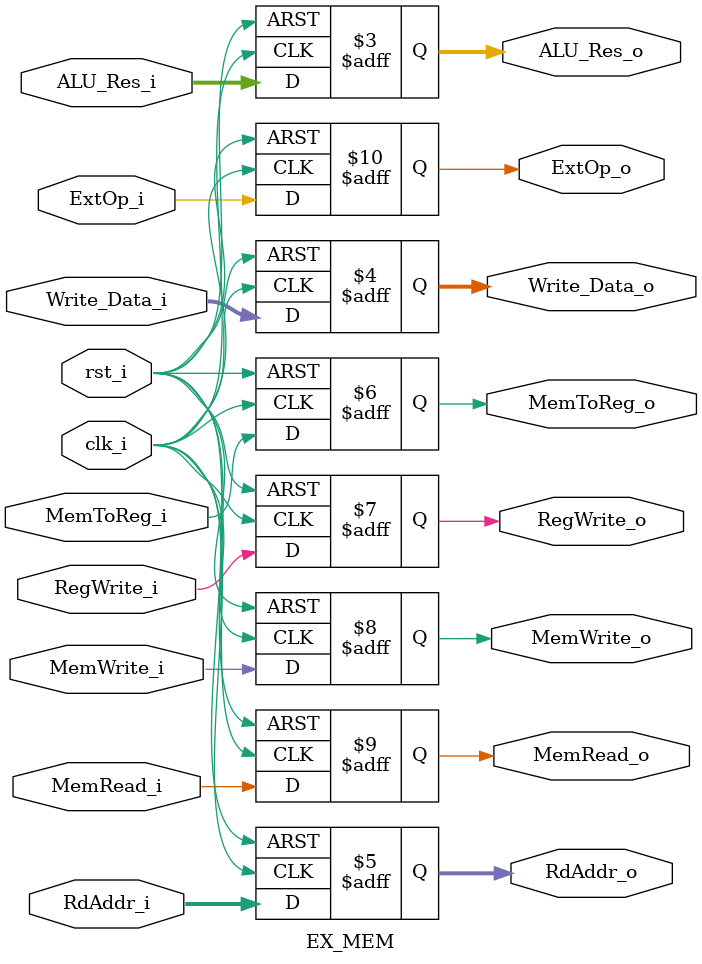
<source format=v>
module EX_MEM
(
    // Inputs
    input clk_i,
    input rst_i,
    
    // Pipe in/out
    input      [31:0] ALU_Res_i,
    output reg [31:0] ALU_Res_o,
    input      [31:0] Write_Data_i,
    output reg [31:0] Write_Data_o,
    input      [4:0]  RdAddr_i,
    output reg [4:0]  RdAddr_o,

    // Control Outputs
    input            MemToReg_i,
    input            RegWrite_i,
    input            MemWrite_i,
    input            MemRead_i,
    input            ExtOp_i,
    output reg       MemToReg_o,
    output reg       RegWrite_o,
    output reg       MemWrite_o,
    output reg       MemRead_o,
    output reg       ExtOp_o
);

always @(posedge clk_i or negedge rst_i) begin
    if( !rst_i ) begin
        ALU_Res_o <= 0;
        Write_Data_o <= 0;
        RdAddr_o <= 0;
        MemToReg_o <= 0;
        RegWrite_o <= 0;
        MemWrite_o <= 0;
        MemRead_o <= 0;
        ExtOp_o <= 0;
    end
    else begin
        ALU_Res_o <= ALU_Res_i;
        Write_Data_o <= Write_Data_i;
        RdAddr_o <= RdAddr_i;
        MemToReg_o <= MemToReg_i;
        RegWrite_o <= RegWrite_i;
        MemWrite_o <= MemWrite_i;
        MemRead_o <= MemRead_i;
        ExtOp_o <= ExtOp_i;
    end
end

endmodule

</source>
